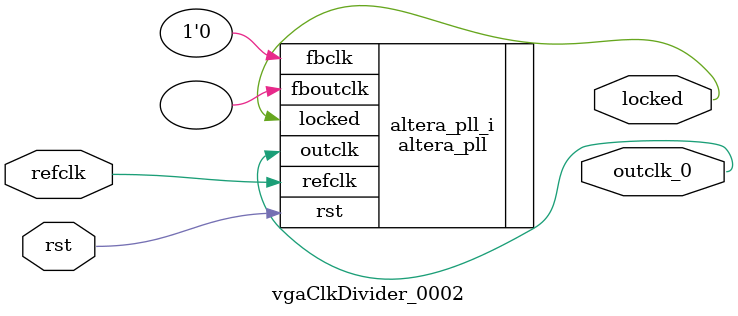
<source format=v>
`timescale 1ns/10ps
module  vgaClkDivider_0002(

	// interface 'refclk'
	input wire refclk,

	// interface 'reset'
	input wire rst,

	// interface 'outclk0'
	output wire outclk_0,

	// interface 'locked'
	output wire locked
);

	altera_pll #(
		.fractional_vco_multiplier("false"),
		.reference_clock_frequency("50.0 MHz"),
		.operation_mode("direct"),
		.number_of_clocks(1),
		.output_clock_frequency0("25.175644 MHz"),
		.phase_shift0("0 ps"),
		.duty_cycle0(50),
		.output_clock_frequency1("0 MHz"),
		.phase_shift1("0 ps"),
		.duty_cycle1(50),
		.output_clock_frequency2("0 MHz"),
		.phase_shift2("0 ps"),
		.duty_cycle2(50),
		.output_clock_frequency3("0 MHz"),
		.phase_shift3("0 ps"),
		.duty_cycle3(50),
		.output_clock_frequency4("0 MHz"),
		.phase_shift4("0 ps"),
		.duty_cycle4(50),
		.output_clock_frequency5("0 MHz"),
		.phase_shift5("0 ps"),
		.duty_cycle5(50),
		.output_clock_frequency6("0 MHz"),
		.phase_shift6("0 ps"),
		.duty_cycle6(50),
		.output_clock_frequency7("0 MHz"),
		.phase_shift7("0 ps"),
		.duty_cycle7(50),
		.output_clock_frequency8("0 MHz"),
		.phase_shift8("0 ps"),
		.duty_cycle8(50),
		.output_clock_frequency9("0 MHz"),
		.phase_shift9("0 ps"),
		.duty_cycle9(50),
		.output_clock_frequency10("0 MHz"),
		.phase_shift10("0 ps"),
		.duty_cycle10(50),
		.output_clock_frequency11("0 MHz"),
		.phase_shift11("0 ps"),
		.duty_cycle11(50),
		.output_clock_frequency12("0 MHz"),
		.phase_shift12("0 ps"),
		.duty_cycle12(50),
		.output_clock_frequency13("0 MHz"),
		.phase_shift13("0 ps"),
		.duty_cycle13(50),
		.output_clock_frequency14("0 MHz"),
		.phase_shift14("0 ps"),
		.duty_cycle14(50),
		.output_clock_frequency15("0 MHz"),
		.phase_shift15("0 ps"),
		.duty_cycle15(50),
		.output_clock_frequency16("0 MHz"),
		.phase_shift16("0 ps"),
		.duty_cycle16(50),
		.output_clock_frequency17("0 MHz"),
		.phase_shift17("0 ps"),
		.duty_cycle17(50),
		.pll_type("General"),
		.pll_subtype("General")
	) altera_pll_i (
		.rst	(rst),
		.outclk	({outclk_0}),
		.locked	(locked),
		.fboutclk	( ),
		.fbclk	(1'b0),
		.refclk	(refclk)
	);
endmodule


</source>
